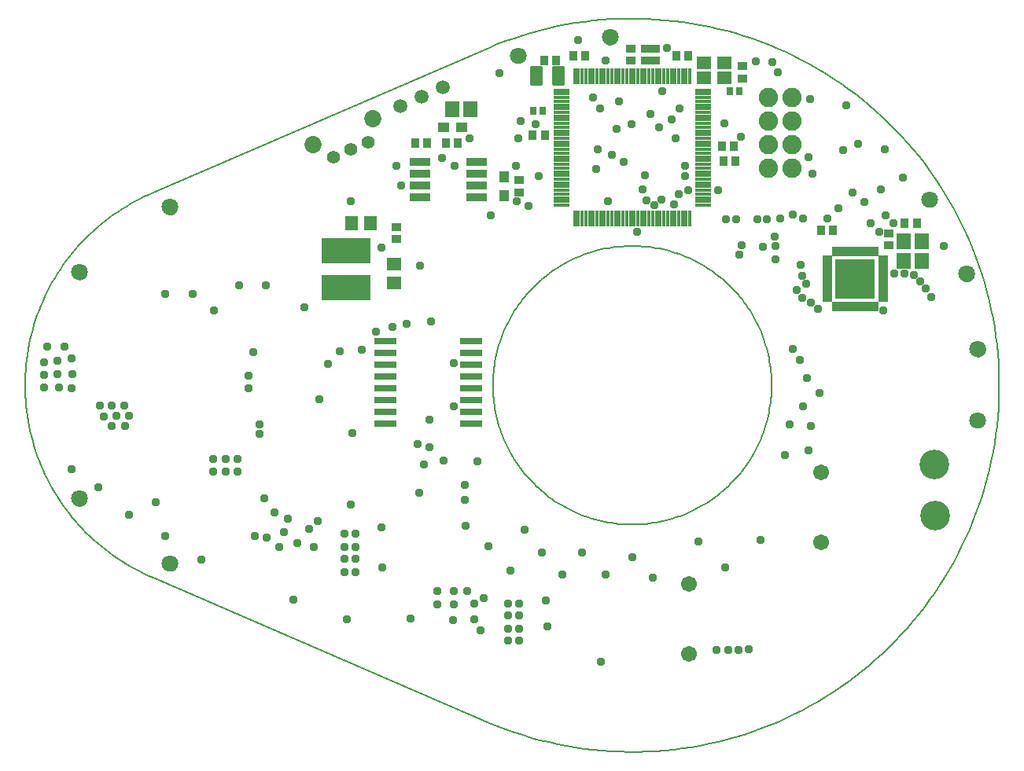
<source format=gbs>
G75*
%MOIN*%
%OFA0B0*%
%FSLAX25Y25*%
%IPPOS*%
%LPD*%
%AMOC8*
5,1,8,0,0,1.08239X$1,22.5*
%
%ADD10C,0.00600*%
%ADD11C,0.00000*%
%ADD12C,0.07099*%
%ADD13R,0.05918X0.06706*%
%ADD14R,0.04343X0.03556*%
%ADD15R,0.03556X0.04343*%
%ADD16R,0.04737X0.03950*%
%ADD17R,0.03950X0.04737*%
%ADD18R,0.05524X0.05918*%
%ADD19R,0.05918X0.05524*%
%ADD20R,0.01765X0.07099*%
%ADD21R,0.07099X0.01765*%
%ADD22R,0.08800X0.03400*%
%ADD23R,0.09461X0.03162*%
%ADD24R,0.20800X0.10800*%
%ADD25R,0.03162X0.03556*%
%ADD26C,0.06737*%
%ADD27R,0.06312X0.05524*%
%ADD28R,0.04146X0.01902*%
%ADD29R,0.01902X0.04146*%
%ADD30R,0.17139X0.17139*%
%ADD31C,0.01539*%
%ADD32C,0.08200*%
%ADD33C,0.05556*%
%ADD34C,0.07296*%
%ADD35C,0.05950*%
%ADD36C,0.03778*%
%ADD37C,0.12611*%
D10*
X0074829Y0081354D02*
X0216915Y0019962D01*
X0216915Y0019961D02*
X0220440Y0018516D01*
X0223999Y0017157D01*
X0227591Y0015886D01*
X0231212Y0014703D01*
X0234862Y0013609D01*
X0238537Y0012605D01*
X0242236Y0011692D01*
X0245956Y0010869D01*
X0249695Y0010137D01*
X0253450Y0009498D01*
X0257221Y0008950D01*
X0261003Y0008496D01*
X0264796Y0008133D01*
X0268597Y0007864D01*
X0272402Y0007689D01*
X0276211Y0007606D01*
X0280021Y0007617D01*
X0283830Y0007721D01*
X0287634Y0007918D01*
X0291433Y0008209D01*
X0295224Y0008592D01*
X0299004Y0009068D01*
X0302771Y0009637D01*
X0306523Y0010298D01*
X0310258Y0011050D01*
X0313973Y0011894D01*
X0317667Y0012828D01*
X0321336Y0013853D01*
X0324980Y0014967D01*
X0328595Y0016171D01*
X0332179Y0017462D01*
X0335731Y0018841D01*
X0339247Y0020306D01*
X0342727Y0021857D01*
X0346168Y0023493D01*
X0349568Y0025213D01*
X0352924Y0027015D01*
X0356236Y0028900D01*
X0359500Y0030864D01*
X0362715Y0032908D01*
X0365879Y0035031D01*
X0368990Y0037230D01*
X0372046Y0039504D01*
X0375046Y0041853D01*
X0377987Y0044275D01*
X0380868Y0046768D01*
X0383688Y0049331D01*
X0386443Y0051962D01*
X0389133Y0054660D01*
X0391757Y0057423D01*
X0394311Y0060249D01*
X0396796Y0063137D01*
X0399210Y0066085D01*
X0401550Y0069091D01*
X0403816Y0072154D01*
X0406006Y0075271D01*
X0408120Y0078441D01*
X0410155Y0081662D01*
X0412110Y0084932D01*
X0413985Y0088249D01*
X0415778Y0091610D01*
X0417488Y0095015D01*
X0419114Y0098460D01*
X0420656Y0101944D01*
X0422111Y0105465D01*
X0423480Y0109021D01*
X0424761Y0112609D01*
X0425954Y0116227D01*
X0427058Y0119873D01*
X0428073Y0123546D01*
X0428997Y0127242D01*
X0429830Y0130960D01*
X0430572Y0134697D01*
X0431222Y0138451D01*
X0431780Y0142219D01*
X0432246Y0146001D01*
X0432619Y0149792D01*
X0432898Y0153592D01*
X0433085Y0157397D01*
X0433178Y0161206D01*
X0433178Y0165016D01*
X0433085Y0168825D01*
X0432898Y0172630D01*
X0432619Y0176430D01*
X0432246Y0180221D01*
X0431780Y0184003D01*
X0431222Y0187771D01*
X0430572Y0191525D01*
X0429830Y0195262D01*
X0428997Y0198980D01*
X0428073Y0202676D01*
X0427058Y0206349D01*
X0425954Y0209995D01*
X0424761Y0213613D01*
X0423480Y0217201D01*
X0422111Y0220757D01*
X0420656Y0224278D01*
X0419114Y0227762D01*
X0417488Y0231207D01*
X0415778Y0234612D01*
X0413985Y0237973D01*
X0412110Y0241290D01*
X0410155Y0244560D01*
X0408120Y0247781D01*
X0406006Y0250951D01*
X0403816Y0254068D01*
X0401550Y0257131D01*
X0399210Y0260137D01*
X0396796Y0263085D01*
X0394311Y0265973D01*
X0391757Y0268799D01*
X0389133Y0271562D01*
X0386443Y0274260D01*
X0383688Y0276891D01*
X0380868Y0279454D01*
X0377987Y0281947D01*
X0375046Y0284369D01*
X0372046Y0286718D01*
X0368990Y0288992D01*
X0365879Y0291191D01*
X0362715Y0293314D01*
X0359500Y0295358D01*
X0356236Y0297322D01*
X0352924Y0299207D01*
X0349568Y0301009D01*
X0346168Y0302729D01*
X0342727Y0304365D01*
X0339247Y0305916D01*
X0335731Y0307381D01*
X0332179Y0308760D01*
X0328595Y0310051D01*
X0324980Y0311255D01*
X0321336Y0312369D01*
X0317667Y0313394D01*
X0313973Y0314328D01*
X0310258Y0315172D01*
X0306523Y0315924D01*
X0302771Y0316585D01*
X0299004Y0317154D01*
X0295224Y0317630D01*
X0291433Y0318013D01*
X0287634Y0318304D01*
X0283830Y0318501D01*
X0280021Y0318605D01*
X0276211Y0318616D01*
X0272402Y0318533D01*
X0268597Y0318358D01*
X0264796Y0318089D01*
X0261003Y0317726D01*
X0257221Y0317272D01*
X0253450Y0316724D01*
X0249695Y0316085D01*
X0245956Y0315353D01*
X0242236Y0314530D01*
X0238537Y0313617D01*
X0234862Y0312613D01*
X0231212Y0311519D01*
X0227591Y0310336D01*
X0223999Y0309065D01*
X0220440Y0307706D01*
X0216915Y0306261D01*
X0216915Y0306260D02*
X0074829Y0244868D01*
X0072837Y0244008D01*
X0070866Y0243100D01*
X0068919Y0242144D01*
X0066995Y0241141D01*
X0065097Y0240090D01*
X0063225Y0238994D01*
X0061380Y0237852D01*
X0059564Y0236665D01*
X0057777Y0235434D01*
X0056022Y0234159D01*
X0054298Y0232842D01*
X0052606Y0231483D01*
X0050949Y0230084D01*
X0049326Y0228644D01*
X0047739Y0227164D01*
X0046188Y0225647D01*
X0044676Y0224091D01*
X0043202Y0222499D01*
X0041767Y0220872D01*
X0040372Y0219210D01*
X0039019Y0217514D01*
X0037708Y0215786D01*
X0036439Y0214026D01*
X0035214Y0212235D01*
X0034033Y0210415D01*
X0032897Y0208567D01*
X0031806Y0206691D01*
X0030762Y0204789D01*
X0029765Y0202862D01*
X0028815Y0200912D01*
X0027914Y0198938D01*
X0027060Y0196944D01*
X0026256Y0194928D01*
X0025502Y0192894D01*
X0024798Y0190842D01*
X0024144Y0188774D01*
X0023541Y0186689D01*
X0022989Y0184591D01*
X0022488Y0182480D01*
X0022040Y0180357D01*
X0021644Y0178224D01*
X0021300Y0176082D01*
X0021008Y0173932D01*
X0020770Y0171776D01*
X0020584Y0169614D01*
X0020451Y0167449D01*
X0020372Y0165280D01*
X0020345Y0163111D01*
X0020372Y0160942D01*
X0020451Y0158773D01*
X0020584Y0156608D01*
X0020770Y0154446D01*
X0021008Y0152290D01*
X0021300Y0150140D01*
X0021644Y0147998D01*
X0022040Y0145865D01*
X0022488Y0143742D01*
X0022989Y0141631D01*
X0023541Y0139533D01*
X0024144Y0137448D01*
X0024798Y0135380D01*
X0025502Y0133328D01*
X0026256Y0131294D01*
X0027060Y0129278D01*
X0027914Y0127284D01*
X0028815Y0125310D01*
X0029765Y0123360D01*
X0030762Y0121433D01*
X0031806Y0119531D01*
X0032897Y0117655D01*
X0034033Y0115807D01*
X0035214Y0113987D01*
X0036439Y0112196D01*
X0037708Y0110436D01*
X0039019Y0108708D01*
X0040372Y0107012D01*
X0041767Y0105350D01*
X0043202Y0103723D01*
X0044676Y0102131D01*
X0046188Y0100575D01*
X0047739Y0099058D01*
X0049326Y0097578D01*
X0050949Y0096138D01*
X0052606Y0094739D01*
X0054298Y0093380D01*
X0056022Y0092063D01*
X0057777Y0090788D01*
X0059564Y0089557D01*
X0061380Y0088370D01*
X0063225Y0087228D01*
X0065097Y0086132D01*
X0066995Y0085081D01*
X0068919Y0084078D01*
X0070866Y0083122D01*
X0072837Y0082214D01*
X0074829Y0081354D01*
X0218623Y0163111D02*
X0218641Y0164560D01*
X0218694Y0166009D01*
X0218783Y0167455D01*
X0218907Y0168899D01*
X0219067Y0170340D01*
X0219262Y0171776D01*
X0219492Y0173207D01*
X0219758Y0174632D01*
X0220058Y0176050D01*
X0220393Y0177460D01*
X0220762Y0178862D01*
X0221166Y0180254D01*
X0221604Y0181635D01*
X0222075Y0183006D01*
X0222580Y0184365D01*
X0223118Y0185710D01*
X0223689Y0187043D01*
X0224293Y0188360D01*
X0224929Y0189663D01*
X0225596Y0190949D01*
X0226295Y0192219D01*
X0227025Y0193471D01*
X0227785Y0194705D01*
X0228576Y0195920D01*
X0229396Y0197115D01*
X0230245Y0198290D01*
X0231122Y0199444D01*
X0232028Y0200575D01*
X0232961Y0201684D01*
X0233921Y0202770D01*
X0234908Y0203832D01*
X0235920Y0204869D01*
X0236957Y0205881D01*
X0238019Y0206868D01*
X0239105Y0207828D01*
X0240214Y0208761D01*
X0241345Y0209667D01*
X0242499Y0210544D01*
X0243674Y0211393D01*
X0244869Y0212213D01*
X0246084Y0213004D01*
X0247318Y0213764D01*
X0248570Y0214494D01*
X0249840Y0215193D01*
X0251126Y0215860D01*
X0252429Y0216496D01*
X0253746Y0217100D01*
X0255079Y0217671D01*
X0256424Y0218209D01*
X0257783Y0218714D01*
X0259154Y0219185D01*
X0260535Y0219623D01*
X0261927Y0220027D01*
X0263329Y0220396D01*
X0264739Y0220731D01*
X0266157Y0221031D01*
X0267582Y0221297D01*
X0269013Y0221527D01*
X0270449Y0221722D01*
X0271890Y0221882D01*
X0273334Y0222006D01*
X0274780Y0222095D01*
X0276229Y0222148D01*
X0277678Y0222166D01*
X0279127Y0222148D01*
X0280576Y0222095D01*
X0282022Y0222006D01*
X0283466Y0221882D01*
X0284907Y0221722D01*
X0286343Y0221527D01*
X0287774Y0221297D01*
X0289199Y0221031D01*
X0290617Y0220731D01*
X0292027Y0220396D01*
X0293429Y0220027D01*
X0294821Y0219623D01*
X0296202Y0219185D01*
X0297573Y0218714D01*
X0298932Y0218209D01*
X0300277Y0217671D01*
X0301610Y0217100D01*
X0302927Y0216496D01*
X0304230Y0215860D01*
X0305516Y0215193D01*
X0306786Y0214494D01*
X0308038Y0213764D01*
X0309272Y0213004D01*
X0310487Y0212213D01*
X0311682Y0211393D01*
X0312857Y0210544D01*
X0314011Y0209667D01*
X0315142Y0208761D01*
X0316251Y0207828D01*
X0317337Y0206868D01*
X0318399Y0205881D01*
X0319436Y0204869D01*
X0320448Y0203832D01*
X0321435Y0202770D01*
X0322395Y0201684D01*
X0323328Y0200575D01*
X0324234Y0199444D01*
X0325111Y0198290D01*
X0325960Y0197115D01*
X0326780Y0195920D01*
X0327571Y0194705D01*
X0328331Y0193471D01*
X0329061Y0192219D01*
X0329760Y0190949D01*
X0330427Y0189663D01*
X0331063Y0188360D01*
X0331667Y0187043D01*
X0332238Y0185710D01*
X0332776Y0184365D01*
X0333281Y0183006D01*
X0333752Y0181635D01*
X0334190Y0180254D01*
X0334594Y0178862D01*
X0334963Y0177460D01*
X0335298Y0176050D01*
X0335598Y0174632D01*
X0335864Y0173207D01*
X0336094Y0171776D01*
X0336289Y0170340D01*
X0336449Y0168899D01*
X0336573Y0167455D01*
X0336662Y0166009D01*
X0336715Y0164560D01*
X0336733Y0163111D01*
X0336715Y0161662D01*
X0336662Y0160213D01*
X0336573Y0158767D01*
X0336449Y0157323D01*
X0336289Y0155882D01*
X0336094Y0154446D01*
X0335864Y0153015D01*
X0335598Y0151590D01*
X0335298Y0150172D01*
X0334963Y0148762D01*
X0334594Y0147360D01*
X0334190Y0145968D01*
X0333752Y0144587D01*
X0333281Y0143216D01*
X0332776Y0141857D01*
X0332238Y0140512D01*
X0331667Y0139179D01*
X0331063Y0137862D01*
X0330427Y0136559D01*
X0329760Y0135273D01*
X0329061Y0134003D01*
X0328331Y0132751D01*
X0327571Y0131517D01*
X0326780Y0130302D01*
X0325960Y0129107D01*
X0325111Y0127932D01*
X0324234Y0126778D01*
X0323328Y0125647D01*
X0322395Y0124538D01*
X0321435Y0123452D01*
X0320448Y0122390D01*
X0319436Y0121353D01*
X0318399Y0120341D01*
X0317337Y0119354D01*
X0316251Y0118394D01*
X0315142Y0117461D01*
X0314011Y0116555D01*
X0312857Y0115678D01*
X0311682Y0114829D01*
X0310487Y0114009D01*
X0309272Y0113218D01*
X0308038Y0112458D01*
X0306786Y0111728D01*
X0305516Y0111029D01*
X0304230Y0110362D01*
X0302927Y0109726D01*
X0301610Y0109122D01*
X0300277Y0108551D01*
X0298932Y0108013D01*
X0297573Y0107508D01*
X0296202Y0107037D01*
X0294821Y0106599D01*
X0293429Y0106195D01*
X0292027Y0105826D01*
X0290617Y0105491D01*
X0289199Y0105191D01*
X0287774Y0104925D01*
X0286343Y0104695D01*
X0284907Y0104500D01*
X0283466Y0104340D01*
X0282022Y0104216D01*
X0280576Y0104127D01*
X0279127Y0104074D01*
X0277678Y0104056D01*
X0276229Y0104074D01*
X0274780Y0104127D01*
X0273334Y0104216D01*
X0271890Y0104340D01*
X0270449Y0104500D01*
X0269013Y0104695D01*
X0267582Y0104925D01*
X0266157Y0105191D01*
X0264739Y0105491D01*
X0263329Y0105826D01*
X0261927Y0106195D01*
X0260535Y0106599D01*
X0259154Y0107037D01*
X0257783Y0107508D01*
X0256424Y0108013D01*
X0255079Y0108551D01*
X0253746Y0109122D01*
X0252429Y0109726D01*
X0251126Y0110362D01*
X0249840Y0111029D01*
X0248570Y0111728D01*
X0247318Y0112458D01*
X0246084Y0113218D01*
X0244869Y0114009D01*
X0243674Y0114829D01*
X0242499Y0115678D01*
X0241345Y0116555D01*
X0240214Y0117461D01*
X0239105Y0118394D01*
X0238019Y0119354D01*
X0236957Y0120341D01*
X0235920Y0121353D01*
X0234908Y0122390D01*
X0233921Y0123452D01*
X0232961Y0124538D01*
X0232028Y0125647D01*
X0231122Y0126778D01*
X0230245Y0127932D01*
X0229396Y0129107D01*
X0228576Y0130302D01*
X0227785Y0131517D01*
X0227025Y0132751D01*
X0226295Y0134003D01*
X0225596Y0135273D01*
X0224929Y0136559D01*
X0224293Y0137862D01*
X0223689Y0139179D01*
X0223118Y0140512D01*
X0222580Y0141857D01*
X0222075Y0143216D01*
X0221604Y0144587D01*
X0221166Y0145968D01*
X0220762Y0147360D01*
X0220393Y0148762D01*
X0220058Y0150172D01*
X0219758Y0151590D01*
X0219492Y0153015D01*
X0219262Y0154446D01*
X0219067Y0155882D01*
X0218907Y0157323D01*
X0218783Y0158767D01*
X0218694Y0160213D01*
X0218641Y0161662D01*
X0218623Y0163111D01*
D11*
X0078544Y0087520D02*
X0078546Y0087632D01*
X0078552Y0087743D01*
X0078562Y0087855D01*
X0078576Y0087966D01*
X0078593Y0088076D01*
X0078615Y0088186D01*
X0078641Y0088295D01*
X0078670Y0088403D01*
X0078703Y0088509D01*
X0078740Y0088615D01*
X0078781Y0088719D01*
X0078826Y0088822D01*
X0078874Y0088923D01*
X0078925Y0089022D01*
X0078980Y0089119D01*
X0079039Y0089214D01*
X0079100Y0089308D01*
X0079165Y0089399D01*
X0079234Y0089487D01*
X0079305Y0089573D01*
X0079379Y0089657D01*
X0079457Y0089737D01*
X0079537Y0089815D01*
X0079620Y0089891D01*
X0079705Y0089963D01*
X0079793Y0090032D01*
X0079883Y0090098D01*
X0079976Y0090160D01*
X0080071Y0090220D01*
X0080168Y0090276D01*
X0080266Y0090328D01*
X0080367Y0090377D01*
X0080469Y0090422D01*
X0080573Y0090464D01*
X0080678Y0090502D01*
X0080785Y0090536D01*
X0080892Y0090566D01*
X0081001Y0090593D01*
X0081110Y0090615D01*
X0081221Y0090634D01*
X0081331Y0090649D01*
X0081443Y0090660D01*
X0081554Y0090667D01*
X0081666Y0090670D01*
X0081778Y0090669D01*
X0081890Y0090664D01*
X0082001Y0090655D01*
X0082112Y0090642D01*
X0082223Y0090625D01*
X0082333Y0090605D01*
X0082442Y0090580D01*
X0082550Y0090552D01*
X0082657Y0090519D01*
X0082763Y0090483D01*
X0082867Y0090443D01*
X0082970Y0090400D01*
X0083072Y0090353D01*
X0083171Y0090302D01*
X0083269Y0090248D01*
X0083365Y0090190D01*
X0083459Y0090129D01*
X0083550Y0090065D01*
X0083639Y0089998D01*
X0083726Y0089927D01*
X0083810Y0089853D01*
X0083892Y0089777D01*
X0083970Y0089697D01*
X0084046Y0089615D01*
X0084119Y0089530D01*
X0084189Y0089443D01*
X0084255Y0089353D01*
X0084319Y0089261D01*
X0084379Y0089167D01*
X0084436Y0089071D01*
X0084489Y0088972D01*
X0084539Y0088872D01*
X0084585Y0088771D01*
X0084628Y0088667D01*
X0084667Y0088562D01*
X0084702Y0088456D01*
X0084733Y0088349D01*
X0084761Y0088240D01*
X0084784Y0088131D01*
X0084804Y0088021D01*
X0084820Y0087910D01*
X0084832Y0087799D01*
X0084840Y0087688D01*
X0084844Y0087576D01*
X0084844Y0087464D01*
X0084840Y0087352D01*
X0084832Y0087241D01*
X0084820Y0087130D01*
X0084804Y0087019D01*
X0084784Y0086909D01*
X0084761Y0086800D01*
X0084733Y0086691D01*
X0084702Y0086584D01*
X0084667Y0086478D01*
X0084628Y0086373D01*
X0084585Y0086269D01*
X0084539Y0086168D01*
X0084489Y0086068D01*
X0084436Y0085969D01*
X0084379Y0085873D01*
X0084319Y0085779D01*
X0084255Y0085687D01*
X0084189Y0085597D01*
X0084119Y0085510D01*
X0084046Y0085425D01*
X0083970Y0085343D01*
X0083892Y0085263D01*
X0083810Y0085187D01*
X0083726Y0085113D01*
X0083639Y0085042D01*
X0083550Y0084975D01*
X0083459Y0084911D01*
X0083365Y0084850D01*
X0083269Y0084792D01*
X0083171Y0084738D01*
X0083072Y0084687D01*
X0082970Y0084640D01*
X0082867Y0084597D01*
X0082763Y0084557D01*
X0082657Y0084521D01*
X0082550Y0084488D01*
X0082442Y0084460D01*
X0082333Y0084435D01*
X0082223Y0084415D01*
X0082112Y0084398D01*
X0082001Y0084385D01*
X0081890Y0084376D01*
X0081778Y0084371D01*
X0081666Y0084370D01*
X0081554Y0084373D01*
X0081443Y0084380D01*
X0081331Y0084391D01*
X0081221Y0084406D01*
X0081110Y0084425D01*
X0081001Y0084447D01*
X0080892Y0084474D01*
X0080785Y0084504D01*
X0080678Y0084538D01*
X0080573Y0084576D01*
X0080469Y0084618D01*
X0080367Y0084663D01*
X0080266Y0084712D01*
X0080168Y0084764D01*
X0080071Y0084820D01*
X0079976Y0084880D01*
X0079883Y0084942D01*
X0079793Y0085008D01*
X0079705Y0085077D01*
X0079620Y0085149D01*
X0079537Y0085225D01*
X0079457Y0085303D01*
X0079379Y0085383D01*
X0079305Y0085467D01*
X0079234Y0085553D01*
X0079165Y0085641D01*
X0079100Y0085732D01*
X0079039Y0085826D01*
X0078980Y0085921D01*
X0078925Y0086018D01*
X0078874Y0086117D01*
X0078826Y0086218D01*
X0078781Y0086321D01*
X0078740Y0086425D01*
X0078703Y0086531D01*
X0078670Y0086637D01*
X0078641Y0086745D01*
X0078615Y0086854D01*
X0078593Y0086964D01*
X0078576Y0087074D01*
X0078562Y0087185D01*
X0078552Y0087297D01*
X0078546Y0087408D01*
X0078544Y0087520D01*
X0040197Y0115080D02*
X0040199Y0115192D01*
X0040205Y0115303D01*
X0040215Y0115415D01*
X0040229Y0115526D01*
X0040246Y0115636D01*
X0040268Y0115746D01*
X0040294Y0115855D01*
X0040323Y0115963D01*
X0040356Y0116069D01*
X0040393Y0116175D01*
X0040434Y0116279D01*
X0040479Y0116382D01*
X0040527Y0116483D01*
X0040578Y0116582D01*
X0040633Y0116679D01*
X0040692Y0116774D01*
X0040753Y0116868D01*
X0040818Y0116959D01*
X0040887Y0117047D01*
X0040958Y0117133D01*
X0041032Y0117217D01*
X0041110Y0117297D01*
X0041190Y0117375D01*
X0041273Y0117451D01*
X0041358Y0117523D01*
X0041446Y0117592D01*
X0041536Y0117658D01*
X0041629Y0117720D01*
X0041724Y0117780D01*
X0041821Y0117836D01*
X0041919Y0117888D01*
X0042020Y0117937D01*
X0042122Y0117982D01*
X0042226Y0118024D01*
X0042331Y0118062D01*
X0042438Y0118096D01*
X0042545Y0118126D01*
X0042654Y0118153D01*
X0042763Y0118175D01*
X0042874Y0118194D01*
X0042984Y0118209D01*
X0043096Y0118220D01*
X0043207Y0118227D01*
X0043319Y0118230D01*
X0043431Y0118229D01*
X0043543Y0118224D01*
X0043654Y0118215D01*
X0043765Y0118202D01*
X0043876Y0118185D01*
X0043986Y0118165D01*
X0044095Y0118140D01*
X0044203Y0118112D01*
X0044310Y0118079D01*
X0044416Y0118043D01*
X0044520Y0118003D01*
X0044623Y0117960D01*
X0044725Y0117913D01*
X0044824Y0117862D01*
X0044922Y0117808D01*
X0045018Y0117750D01*
X0045112Y0117689D01*
X0045203Y0117625D01*
X0045292Y0117558D01*
X0045379Y0117487D01*
X0045463Y0117413D01*
X0045545Y0117337D01*
X0045623Y0117257D01*
X0045699Y0117175D01*
X0045772Y0117090D01*
X0045842Y0117003D01*
X0045908Y0116913D01*
X0045972Y0116821D01*
X0046032Y0116727D01*
X0046089Y0116631D01*
X0046142Y0116532D01*
X0046192Y0116432D01*
X0046238Y0116331D01*
X0046281Y0116227D01*
X0046320Y0116122D01*
X0046355Y0116016D01*
X0046386Y0115909D01*
X0046414Y0115800D01*
X0046437Y0115691D01*
X0046457Y0115581D01*
X0046473Y0115470D01*
X0046485Y0115359D01*
X0046493Y0115248D01*
X0046497Y0115136D01*
X0046497Y0115024D01*
X0046493Y0114912D01*
X0046485Y0114801D01*
X0046473Y0114690D01*
X0046457Y0114579D01*
X0046437Y0114469D01*
X0046414Y0114360D01*
X0046386Y0114251D01*
X0046355Y0114144D01*
X0046320Y0114038D01*
X0046281Y0113933D01*
X0046238Y0113829D01*
X0046192Y0113728D01*
X0046142Y0113628D01*
X0046089Y0113529D01*
X0046032Y0113433D01*
X0045972Y0113339D01*
X0045908Y0113247D01*
X0045842Y0113157D01*
X0045772Y0113070D01*
X0045699Y0112985D01*
X0045623Y0112903D01*
X0045545Y0112823D01*
X0045463Y0112747D01*
X0045379Y0112673D01*
X0045292Y0112602D01*
X0045203Y0112535D01*
X0045112Y0112471D01*
X0045018Y0112410D01*
X0044922Y0112352D01*
X0044824Y0112298D01*
X0044725Y0112247D01*
X0044623Y0112200D01*
X0044520Y0112157D01*
X0044416Y0112117D01*
X0044310Y0112081D01*
X0044203Y0112048D01*
X0044095Y0112020D01*
X0043986Y0111995D01*
X0043876Y0111975D01*
X0043765Y0111958D01*
X0043654Y0111945D01*
X0043543Y0111936D01*
X0043431Y0111931D01*
X0043319Y0111930D01*
X0043207Y0111933D01*
X0043096Y0111940D01*
X0042984Y0111951D01*
X0042874Y0111966D01*
X0042763Y0111985D01*
X0042654Y0112007D01*
X0042545Y0112034D01*
X0042438Y0112064D01*
X0042331Y0112098D01*
X0042226Y0112136D01*
X0042122Y0112178D01*
X0042020Y0112223D01*
X0041919Y0112272D01*
X0041821Y0112324D01*
X0041724Y0112380D01*
X0041629Y0112440D01*
X0041536Y0112502D01*
X0041446Y0112568D01*
X0041358Y0112637D01*
X0041273Y0112709D01*
X0041190Y0112785D01*
X0041110Y0112863D01*
X0041032Y0112943D01*
X0040958Y0113027D01*
X0040887Y0113113D01*
X0040818Y0113201D01*
X0040753Y0113292D01*
X0040692Y0113386D01*
X0040633Y0113481D01*
X0040578Y0113578D01*
X0040527Y0113677D01*
X0040479Y0113778D01*
X0040434Y0113881D01*
X0040393Y0113985D01*
X0040356Y0114091D01*
X0040323Y0114197D01*
X0040294Y0114305D01*
X0040268Y0114414D01*
X0040246Y0114524D01*
X0040229Y0114634D01*
X0040215Y0114745D01*
X0040205Y0114857D01*
X0040199Y0114968D01*
X0040197Y0115080D01*
X0040197Y0211143D02*
X0040199Y0211255D01*
X0040205Y0211366D01*
X0040215Y0211478D01*
X0040229Y0211589D01*
X0040246Y0211699D01*
X0040268Y0211809D01*
X0040294Y0211918D01*
X0040323Y0212026D01*
X0040356Y0212132D01*
X0040393Y0212238D01*
X0040434Y0212342D01*
X0040479Y0212445D01*
X0040527Y0212546D01*
X0040578Y0212645D01*
X0040633Y0212742D01*
X0040692Y0212837D01*
X0040753Y0212931D01*
X0040818Y0213022D01*
X0040887Y0213110D01*
X0040958Y0213196D01*
X0041032Y0213280D01*
X0041110Y0213360D01*
X0041190Y0213438D01*
X0041273Y0213514D01*
X0041358Y0213586D01*
X0041446Y0213655D01*
X0041536Y0213721D01*
X0041629Y0213783D01*
X0041724Y0213843D01*
X0041821Y0213899D01*
X0041919Y0213951D01*
X0042020Y0214000D01*
X0042122Y0214045D01*
X0042226Y0214087D01*
X0042331Y0214125D01*
X0042438Y0214159D01*
X0042545Y0214189D01*
X0042654Y0214216D01*
X0042763Y0214238D01*
X0042874Y0214257D01*
X0042984Y0214272D01*
X0043096Y0214283D01*
X0043207Y0214290D01*
X0043319Y0214293D01*
X0043431Y0214292D01*
X0043543Y0214287D01*
X0043654Y0214278D01*
X0043765Y0214265D01*
X0043876Y0214248D01*
X0043986Y0214228D01*
X0044095Y0214203D01*
X0044203Y0214175D01*
X0044310Y0214142D01*
X0044416Y0214106D01*
X0044520Y0214066D01*
X0044623Y0214023D01*
X0044725Y0213976D01*
X0044824Y0213925D01*
X0044922Y0213871D01*
X0045018Y0213813D01*
X0045112Y0213752D01*
X0045203Y0213688D01*
X0045292Y0213621D01*
X0045379Y0213550D01*
X0045463Y0213476D01*
X0045545Y0213400D01*
X0045623Y0213320D01*
X0045699Y0213238D01*
X0045772Y0213153D01*
X0045842Y0213066D01*
X0045908Y0212976D01*
X0045972Y0212884D01*
X0046032Y0212790D01*
X0046089Y0212694D01*
X0046142Y0212595D01*
X0046192Y0212495D01*
X0046238Y0212394D01*
X0046281Y0212290D01*
X0046320Y0212185D01*
X0046355Y0212079D01*
X0046386Y0211972D01*
X0046414Y0211863D01*
X0046437Y0211754D01*
X0046457Y0211644D01*
X0046473Y0211533D01*
X0046485Y0211422D01*
X0046493Y0211311D01*
X0046497Y0211199D01*
X0046497Y0211087D01*
X0046493Y0210975D01*
X0046485Y0210864D01*
X0046473Y0210753D01*
X0046457Y0210642D01*
X0046437Y0210532D01*
X0046414Y0210423D01*
X0046386Y0210314D01*
X0046355Y0210207D01*
X0046320Y0210101D01*
X0046281Y0209996D01*
X0046238Y0209892D01*
X0046192Y0209791D01*
X0046142Y0209691D01*
X0046089Y0209592D01*
X0046032Y0209496D01*
X0045972Y0209402D01*
X0045908Y0209310D01*
X0045842Y0209220D01*
X0045772Y0209133D01*
X0045699Y0209048D01*
X0045623Y0208966D01*
X0045545Y0208886D01*
X0045463Y0208810D01*
X0045379Y0208736D01*
X0045292Y0208665D01*
X0045203Y0208598D01*
X0045112Y0208534D01*
X0045018Y0208473D01*
X0044922Y0208415D01*
X0044824Y0208361D01*
X0044725Y0208310D01*
X0044623Y0208263D01*
X0044520Y0208220D01*
X0044416Y0208180D01*
X0044310Y0208144D01*
X0044203Y0208111D01*
X0044095Y0208083D01*
X0043986Y0208058D01*
X0043876Y0208038D01*
X0043765Y0208021D01*
X0043654Y0208008D01*
X0043543Y0207999D01*
X0043431Y0207994D01*
X0043319Y0207993D01*
X0043207Y0207996D01*
X0043096Y0208003D01*
X0042984Y0208014D01*
X0042874Y0208029D01*
X0042763Y0208048D01*
X0042654Y0208070D01*
X0042545Y0208097D01*
X0042438Y0208127D01*
X0042331Y0208161D01*
X0042226Y0208199D01*
X0042122Y0208241D01*
X0042020Y0208286D01*
X0041919Y0208335D01*
X0041821Y0208387D01*
X0041724Y0208443D01*
X0041629Y0208503D01*
X0041536Y0208565D01*
X0041446Y0208631D01*
X0041358Y0208700D01*
X0041273Y0208772D01*
X0041190Y0208848D01*
X0041110Y0208926D01*
X0041032Y0209006D01*
X0040958Y0209090D01*
X0040887Y0209176D01*
X0040818Y0209264D01*
X0040753Y0209355D01*
X0040692Y0209449D01*
X0040633Y0209544D01*
X0040578Y0209641D01*
X0040527Y0209740D01*
X0040479Y0209841D01*
X0040434Y0209944D01*
X0040393Y0210048D01*
X0040356Y0210154D01*
X0040323Y0210260D01*
X0040294Y0210368D01*
X0040268Y0210477D01*
X0040246Y0210587D01*
X0040229Y0210697D01*
X0040215Y0210808D01*
X0040205Y0210920D01*
X0040199Y0211031D01*
X0040197Y0211143D01*
X0078544Y0238702D02*
X0078546Y0238814D01*
X0078552Y0238925D01*
X0078562Y0239037D01*
X0078576Y0239148D01*
X0078593Y0239258D01*
X0078615Y0239368D01*
X0078641Y0239477D01*
X0078670Y0239585D01*
X0078703Y0239691D01*
X0078740Y0239797D01*
X0078781Y0239901D01*
X0078826Y0240004D01*
X0078874Y0240105D01*
X0078925Y0240204D01*
X0078980Y0240301D01*
X0079039Y0240396D01*
X0079100Y0240490D01*
X0079165Y0240581D01*
X0079234Y0240669D01*
X0079305Y0240755D01*
X0079379Y0240839D01*
X0079457Y0240919D01*
X0079537Y0240997D01*
X0079620Y0241073D01*
X0079705Y0241145D01*
X0079793Y0241214D01*
X0079883Y0241280D01*
X0079976Y0241342D01*
X0080071Y0241402D01*
X0080168Y0241458D01*
X0080266Y0241510D01*
X0080367Y0241559D01*
X0080469Y0241604D01*
X0080573Y0241646D01*
X0080678Y0241684D01*
X0080785Y0241718D01*
X0080892Y0241748D01*
X0081001Y0241775D01*
X0081110Y0241797D01*
X0081221Y0241816D01*
X0081331Y0241831D01*
X0081443Y0241842D01*
X0081554Y0241849D01*
X0081666Y0241852D01*
X0081778Y0241851D01*
X0081890Y0241846D01*
X0082001Y0241837D01*
X0082112Y0241824D01*
X0082223Y0241807D01*
X0082333Y0241787D01*
X0082442Y0241762D01*
X0082550Y0241734D01*
X0082657Y0241701D01*
X0082763Y0241665D01*
X0082867Y0241625D01*
X0082970Y0241582D01*
X0083072Y0241535D01*
X0083171Y0241484D01*
X0083269Y0241430D01*
X0083365Y0241372D01*
X0083459Y0241311D01*
X0083550Y0241247D01*
X0083639Y0241180D01*
X0083726Y0241109D01*
X0083810Y0241035D01*
X0083892Y0240959D01*
X0083970Y0240879D01*
X0084046Y0240797D01*
X0084119Y0240712D01*
X0084189Y0240625D01*
X0084255Y0240535D01*
X0084319Y0240443D01*
X0084379Y0240349D01*
X0084436Y0240253D01*
X0084489Y0240154D01*
X0084539Y0240054D01*
X0084585Y0239953D01*
X0084628Y0239849D01*
X0084667Y0239744D01*
X0084702Y0239638D01*
X0084733Y0239531D01*
X0084761Y0239422D01*
X0084784Y0239313D01*
X0084804Y0239203D01*
X0084820Y0239092D01*
X0084832Y0238981D01*
X0084840Y0238870D01*
X0084844Y0238758D01*
X0084844Y0238646D01*
X0084840Y0238534D01*
X0084832Y0238423D01*
X0084820Y0238312D01*
X0084804Y0238201D01*
X0084784Y0238091D01*
X0084761Y0237982D01*
X0084733Y0237873D01*
X0084702Y0237766D01*
X0084667Y0237660D01*
X0084628Y0237555D01*
X0084585Y0237451D01*
X0084539Y0237350D01*
X0084489Y0237250D01*
X0084436Y0237151D01*
X0084379Y0237055D01*
X0084319Y0236961D01*
X0084255Y0236869D01*
X0084189Y0236779D01*
X0084119Y0236692D01*
X0084046Y0236607D01*
X0083970Y0236525D01*
X0083892Y0236445D01*
X0083810Y0236369D01*
X0083726Y0236295D01*
X0083639Y0236224D01*
X0083550Y0236157D01*
X0083459Y0236093D01*
X0083365Y0236032D01*
X0083269Y0235974D01*
X0083171Y0235920D01*
X0083072Y0235869D01*
X0082970Y0235822D01*
X0082867Y0235779D01*
X0082763Y0235739D01*
X0082657Y0235703D01*
X0082550Y0235670D01*
X0082442Y0235642D01*
X0082333Y0235617D01*
X0082223Y0235597D01*
X0082112Y0235580D01*
X0082001Y0235567D01*
X0081890Y0235558D01*
X0081778Y0235553D01*
X0081666Y0235552D01*
X0081554Y0235555D01*
X0081443Y0235562D01*
X0081331Y0235573D01*
X0081221Y0235588D01*
X0081110Y0235607D01*
X0081001Y0235629D01*
X0080892Y0235656D01*
X0080785Y0235686D01*
X0080678Y0235720D01*
X0080573Y0235758D01*
X0080469Y0235800D01*
X0080367Y0235845D01*
X0080266Y0235894D01*
X0080168Y0235946D01*
X0080071Y0236002D01*
X0079976Y0236062D01*
X0079883Y0236124D01*
X0079793Y0236190D01*
X0079705Y0236259D01*
X0079620Y0236331D01*
X0079537Y0236407D01*
X0079457Y0236485D01*
X0079379Y0236565D01*
X0079305Y0236649D01*
X0079234Y0236735D01*
X0079165Y0236823D01*
X0079100Y0236914D01*
X0079039Y0237008D01*
X0078980Y0237103D01*
X0078925Y0237200D01*
X0078874Y0237299D01*
X0078826Y0237400D01*
X0078781Y0237503D01*
X0078740Y0237607D01*
X0078703Y0237713D01*
X0078670Y0237819D01*
X0078641Y0237927D01*
X0078615Y0238036D01*
X0078593Y0238146D01*
X0078576Y0238256D01*
X0078562Y0238367D01*
X0078552Y0238479D01*
X0078546Y0238590D01*
X0078544Y0238702D01*
X0226103Y0302875D02*
X0226105Y0302987D01*
X0226111Y0303098D01*
X0226121Y0303210D01*
X0226135Y0303321D01*
X0226152Y0303431D01*
X0226174Y0303541D01*
X0226200Y0303650D01*
X0226229Y0303758D01*
X0226262Y0303864D01*
X0226299Y0303970D01*
X0226340Y0304074D01*
X0226385Y0304177D01*
X0226433Y0304278D01*
X0226484Y0304377D01*
X0226539Y0304474D01*
X0226598Y0304569D01*
X0226659Y0304663D01*
X0226724Y0304754D01*
X0226793Y0304842D01*
X0226864Y0304928D01*
X0226938Y0305012D01*
X0227016Y0305092D01*
X0227096Y0305170D01*
X0227179Y0305246D01*
X0227264Y0305318D01*
X0227352Y0305387D01*
X0227442Y0305453D01*
X0227535Y0305515D01*
X0227630Y0305575D01*
X0227727Y0305631D01*
X0227825Y0305683D01*
X0227926Y0305732D01*
X0228028Y0305777D01*
X0228132Y0305819D01*
X0228237Y0305857D01*
X0228344Y0305891D01*
X0228451Y0305921D01*
X0228560Y0305948D01*
X0228669Y0305970D01*
X0228780Y0305989D01*
X0228890Y0306004D01*
X0229002Y0306015D01*
X0229113Y0306022D01*
X0229225Y0306025D01*
X0229337Y0306024D01*
X0229449Y0306019D01*
X0229560Y0306010D01*
X0229671Y0305997D01*
X0229782Y0305980D01*
X0229892Y0305960D01*
X0230001Y0305935D01*
X0230109Y0305907D01*
X0230216Y0305874D01*
X0230322Y0305838D01*
X0230426Y0305798D01*
X0230529Y0305755D01*
X0230631Y0305708D01*
X0230730Y0305657D01*
X0230828Y0305603D01*
X0230924Y0305545D01*
X0231018Y0305484D01*
X0231109Y0305420D01*
X0231198Y0305353D01*
X0231285Y0305282D01*
X0231369Y0305208D01*
X0231451Y0305132D01*
X0231529Y0305052D01*
X0231605Y0304970D01*
X0231678Y0304885D01*
X0231748Y0304798D01*
X0231814Y0304708D01*
X0231878Y0304616D01*
X0231938Y0304522D01*
X0231995Y0304426D01*
X0232048Y0304327D01*
X0232098Y0304227D01*
X0232144Y0304126D01*
X0232187Y0304022D01*
X0232226Y0303917D01*
X0232261Y0303811D01*
X0232292Y0303704D01*
X0232320Y0303595D01*
X0232343Y0303486D01*
X0232363Y0303376D01*
X0232379Y0303265D01*
X0232391Y0303154D01*
X0232399Y0303043D01*
X0232403Y0302931D01*
X0232403Y0302819D01*
X0232399Y0302707D01*
X0232391Y0302596D01*
X0232379Y0302485D01*
X0232363Y0302374D01*
X0232343Y0302264D01*
X0232320Y0302155D01*
X0232292Y0302046D01*
X0232261Y0301939D01*
X0232226Y0301833D01*
X0232187Y0301728D01*
X0232144Y0301624D01*
X0232098Y0301523D01*
X0232048Y0301423D01*
X0231995Y0301324D01*
X0231938Y0301228D01*
X0231878Y0301134D01*
X0231814Y0301042D01*
X0231748Y0300952D01*
X0231678Y0300865D01*
X0231605Y0300780D01*
X0231529Y0300698D01*
X0231451Y0300618D01*
X0231369Y0300542D01*
X0231285Y0300468D01*
X0231198Y0300397D01*
X0231109Y0300330D01*
X0231018Y0300266D01*
X0230924Y0300205D01*
X0230828Y0300147D01*
X0230730Y0300093D01*
X0230631Y0300042D01*
X0230529Y0299995D01*
X0230426Y0299952D01*
X0230322Y0299912D01*
X0230216Y0299876D01*
X0230109Y0299843D01*
X0230001Y0299815D01*
X0229892Y0299790D01*
X0229782Y0299770D01*
X0229671Y0299753D01*
X0229560Y0299740D01*
X0229449Y0299731D01*
X0229337Y0299726D01*
X0229225Y0299725D01*
X0229113Y0299728D01*
X0229002Y0299735D01*
X0228890Y0299746D01*
X0228780Y0299761D01*
X0228669Y0299780D01*
X0228560Y0299802D01*
X0228451Y0299829D01*
X0228344Y0299859D01*
X0228237Y0299893D01*
X0228132Y0299931D01*
X0228028Y0299973D01*
X0227926Y0300018D01*
X0227825Y0300067D01*
X0227727Y0300119D01*
X0227630Y0300175D01*
X0227535Y0300235D01*
X0227442Y0300297D01*
X0227352Y0300363D01*
X0227264Y0300432D01*
X0227179Y0300504D01*
X0227096Y0300580D01*
X0227016Y0300658D01*
X0226938Y0300738D01*
X0226864Y0300822D01*
X0226793Y0300908D01*
X0226724Y0300996D01*
X0226659Y0301087D01*
X0226598Y0301181D01*
X0226539Y0301276D01*
X0226484Y0301373D01*
X0226433Y0301472D01*
X0226385Y0301573D01*
X0226340Y0301676D01*
X0226299Y0301780D01*
X0226262Y0301886D01*
X0226229Y0301992D01*
X0226200Y0302100D01*
X0226174Y0302209D01*
X0226152Y0302319D01*
X0226135Y0302429D01*
X0226121Y0302540D01*
X0226111Y0302652D01*
X0226105Y0302763D01*
X0226103Y0302875D01*
X0265079Y0310749D02*
X0265081Y0310861D01*
X0265087Y0310972D01*
X0265097Y0311084D01*
X0265111Y0311195D01*
X0265128Y0311305D01*
X0265150Y0311415D01*
X0265176Y0311524D01*
X0265205Y0311632D01*
X0265238Y0311738D01*
X0265275Y0311844D01*
X0265316Y0311948D01*
X0265361Y0312051D01*
X0265409Y0312152D01*
X0265460Y0312251D01*
X0265515Y0312348D01*
X0265574Y0312443D01*
X0265635Y0312537D01*
X0265700Y0312628D01*
X0265769Y0312716D01*
X0265840Y0312802D01*
X0265914Y0312886D01*
X0265992Y0312966D01*
X0266072Y0313044D01*
X0266155Y0313120D01*
X0266240Y0313192D01*
X0266328Y0313261D01*
X0266418Y0313327D01*
X0266511Y0313389D01*
X0266606Y0313449D01*
X0266703Y0313505D01*
X0266801Y0313557D01*
X0266902Y0313606D01*
X0267004Y0313651D01*
X0267108Y0313693D01*
X0267213Y0313731D01*
X0267320Y0313765D01*
X0267427Y0313795D01*
X0267536Y0313822D01*
X0267645Y0313844D01*
X0267756Y0313863D01*
X0267866Y0313878D01*
X0267978Y0313889D01*
X0268089Y0313896D01*
X0268201Y0313899D01*
X0268313Y0313898D01*
X0268425Y0313893D01*
X0268536Y0313884D01*
X0268647Y0313871D01*
X0268758Y0313854D01*
X0268868Y0313834D01*
X0268977Y0313809D01*
X0269085Y0313781D01*
X0269192Y0313748D01*
X0269298Y0313712D01*
X0269402Y0313672D01*
X0269505Y0313629D01*
X0269607Y0313582D01*
X0269706Y0313531D01*
X0269804Y0313477D01*
X0269900Y0313419D01*
X0269994Y0313358D01*
X0270085Y0313294D01*
X0270174Y0313227D01*
X0270261Y0313156D01*
X0270345Y0313082D01*
X0270427Y0313006D01*
X0270505Y0312926D01*
X0270581Y0312844D01*
X0270654Y0312759D01*
X0270724Y0312672D01*
X0270790Y0312582D01*
X0270854Y0312490D01*
X0270914Y0312396D01*
X0270971Y0312300D01*
X0271024Y0312201D01*
X0271074Y0312101D01*
X0271120Y0312000D01*
X0271163Y0311896D01*
X0271202Y0311791D01*
X0271237Y0311685D01*
X0271268Y0311578D01*
X0271296Y0311469D01*
X0271319Y0311360D01*
X0271339Y0311250D01*
X0271355Y0311139D01*
X0271367Y0311028D01*
X0271375Y0310917D01*
X0271379Y0310805D01*
X0271379Y0310693D01*
X0271375Y0310581D01*
X0271367Y0310470D01*
X0271355Y0310359D01*
X0271339Y0310248D01*
X0271319Y0310138D01*
X0271296Y0310029D01*
X0271268Y0309920D01*
X0271237Y0309813D01*
X0271202Y0309707D01*
X0271163Y0309602D01*
X0271120Y0309498D01*
X0271074Y0309397D01*
X0271024Y0309297D01*
X0270971Y0309198D01*
X0270914Y0309102D01*
X0270854Y0309008D01*
X0270790Y0308916D01*
X0270724Y0308826D01*
X0270654Y0308739D01*
X0270581Y0308654D01*
X0270505Y0308572D01*
X0270427Y0308492D01*
X0270345Y0308416D01*
X0270261Y0308342D01*
X0270174Y0308271D01*
X0270085Y0308204D01*
X0269994Y0308140D01*
X0269900Y0308079D01*
X0269804Y0308021D01*
X0269706Y0307967D01*
X0269607Y0307916D01*
X0269505Y0307869D01*
X0269402Y0307826D01*
X0269298Y0307786D01*
X0269192Y0307750D01*
X0269085Y0307717D01*
X0268977Y0307689D01*
X0268868Y0307664D01*
X0268758Y0307644D01*
X0268647Y0307627D01*
X0268536Y0307614D01*
X0268425Y0307605D01*
X0268313Y0307600D01*
X0268201Y0307599D01*
X0268089Y0307602D01*
X0267978Y0307609D01*
X0267866Y0307620D01*
X0267756Y0307635D01*
X0267645Y0307654D01*
X0267536Y0307676D01*
X0267427Y0307703D01*
X0267320Y0307733D01*
X0267213Y0307767D01*
X0267108Y0307805D01*
X0267004Y0307847D01*
X0266902Y0307892D01*
X0266801Y0307941D01*
X0266703Y0307993D01*
X0266606Y0308049D01*
X0266511Y0308109D01*
X0266418Y0308171D01*
X0266328Y0308237D01*
X0266240Y0308306D01*
X0266155Y0308378D01*
X0266072Y0308454D01*
X0265992Y0308532D01*
X0265914Y0308612D01*
X0265840Y0308696D01*
X0265769Y0308782D01*
X0265700Y0308870D01*
X0265635Y0308961D01*
X0265574Y0309055D01*
X0265515Y0309150D01*
X0265460Y0309247D01*
X0265409Y0309346D01*
X0265361Y0309447D01*
X0265316Y0309550D01*
X0265275Y0309654D01*
X0265238Y0309760D01*
X0265205Y0309866D01*
X0265176Y0309974D01*
X0265150Y0310083D01*
X0265128Y0310193D01*
X0265111Y0310303D01*
X0265097Y0310414D01*
X0265087Y0310526D01*
X0265081Y0310637D01*
X0265079Y0310749D01*
X0400512Y0241851D02*
X0400514Y0241963D01*
X0400520Y0242074D01*
X0400530Y0242186D01*
X0400544Y0242297D01*
X0400561Y0242407D01*
X0400583Y0242517D01*
X0400609Y0242626D01*
X0400638Y0242734D01*
X0400671Y0242840D01*
X0400708Y0242946D01*
X0400749Y0243050D01*
X0400794Y0243153D01*
X0400842Y0243254D01*
X0400893Y0243353D01*
X0400948Y0243450D01*
X0401007Y0243545D01*
X0401068Y0243639D01*
X0401133Y0243730D01*
X0401202Y0243818D01*
X0401273Y0243904D01*
X0401347Y0243988D01*
X0401425Y0244068D01*
X0401505Y0244146D01*
X0401588Y0244222D01*
X0401673Y0244294D01*
X0401761Y0244363D01*
X0401851Y0244429D01*
X0401944Y0244491D01*
X0402039Y0244551D01*
X0402136Y0244607D01*
X0402234Y0244659D01*
X0402335Y0244708D01*
X0402437Y0244753D01*
X0402541Y0244795D01*
X0402646Y0244833D01*
X0402753Y0244867D01*
X0402860Y0244897D01*
X0402969Y0244924D01*
X0403078Y0244946D01*
X0403189Y0244965D01*
X0403299Y0244980D01*
X0403411Y0244991D01*
X0403522Y0244998D01*
X0403634Y0245001D01*
X0403746Y0245000D01*
X0403858Y0244995D01*
X0403969Y0244986D01*
X0404080Y0244973D01*
X0404191Y0244956D01*
X0404301Y0244936D01*
X0404410Y0244911D01*
X0404518Y0244883D01*
X0404625Y0244850D01*
X0404731Y0244814D01*
X0404835Y0244774D01*
X0404938Y0244731D01*
X0405040Y0244684D01*
X0405139Y0244633D01*
X0405237Y0244579D01*
X0405333Y0244521D01*
X0405427Y0244460D01*
X0405518Y0244396D01*
X0405607Y0244329D01*
X0405694Y0244258D01*
X0405778Y0244184D01*
X0405860Y0244108D01*
X0405938Y0244028D01*
X0406014Y0243946D01*
X0406087Y0243861D01*
X0406157Y0243774D01*
X0406223Y0243684D01*
X0406287Y0243592D01*
X0406347Y0243498D01*
X0406404Y0243402D01*
X0406457Y0243303D01*
X0406507Y0243203D01*
X0406553Y0243102D01*
X0406596Y0242998D01*
X0406635Y0242893D01*
X0406670Y0242787D01*
X0406701Y0242680D01*
X0406729Y0242571D01*
X0406752Y0242462D01*
X0406772Y0242352D01*
X0406788Y0242241D01*
X0406800Y0242130D01*
X0406808Y0242019D01*
X0406812Y0241907D01*
X0406812Y0241795D01*
X0406808Y0241683D01*
X0406800Y0241572D01*
X0406788Y0241461D01*
X0406772Y0241350D01*
X0406752Y0241240D01*
X0406729Y0241131D01*
X0406701Y0241022D01*
X0406670Y0240915D01*
X0406635Y0240809D01*
X0406596Y0240704D01*
X0406553Y0240600D01*
X0406507Y0240499D01*
X0406457Y0240399D01*
X0406404Y0240300D01*
X0406347Y0240204D01*
X0406287Y0240110D01*
X0406223Y0240018D01*
X0406157Y0239928D01*
X0406087Y0239841D01*
X0406014Y0239756D01*
X0405938Y0239674D01*
X0405860Y0239594D01*
X0405778Y0239518D01*
X0405694Y0239444D01*
X0405607Y0239373D01*
X0405518Y0239306D01*
X0405427Y0239242D01*
X0405333Y0239181D01*
X0405237Y0239123D01*
X0405139Y0239069D01*
X0405040Y0239018D01*
X0404938Y0238971D01*
X0404835Y0238928D01*
X0404731Y0238888D01*
X0404625Y0238852D01*
X0404518Y0238819D01*
X0404410Y0238791D01*
X0404301Y0238766D01*
X0404191Y0238746D01*
X0404080Y0238729D01*
X0403969Y0238716D01*
X0403858Y0238707D01*
X0403746Y0238702D01*
X0403634Y0238701D01*
X0403522Y0238704D01*
X0403411Y0238711D01*
X0403299Y0238722D01*
X0403189Y0238737D01*
X0403078Y0238756D01*
X0402969Y0238778D01*
X0402860Y0238805D01*
X0402753Y0238835D01*
X0402646Y0238869D01*
X0402541Y0238907D01*
X0402437Y0238949D01*
X0402335Y0238994D01*
X0402234Y0239043D01*
X0402136Y0239095D01*
X0402039Y0239151D01*
X0401944Y0239211D01*
X0401851Y0239273D01*
X0401761Y0239339D01*
X0401673Y0239408D01*
X0401588Y0239480D01*
X0401505Y0239556D01*
X0401425Y0239634D01*
X0401347Y0239714D01*
X0401273Y0239798D01*
X0401202Y0239884D01*
X0401133Y0239972D01*
X0401068Y0240063D01*
X0401007Y0240157D01*
X0400948Y0240252D01*
X0400893Y0240349D01*
X0400842Y0240448D01*
X0400794Y0240549D01*
X0400749Y0240652D01*
X0400708Y0240756D01*
X0400671Y0240862D01*
X0400638Y0240968D01*
X0400609Y0241076D01*
X0400583Y0241185D01*
X0400561Y0241295D01*
X0400544Y0241405D01*
X0400530Y0241516D01*
X0400520Y0241628D01*
X0400514Y0241739D01*
X0400512Y0241851D01*
X0416260Y0210355D02*
X0416262Y0210467D01*
X0416268Y0210578D01*
X0416278Y0210690D01*
X0416292Y0210801D01*
X0416309Y0210911D01*
X0416331Y0211021D01*
X0416357Y0211130D01*
X0416386Y0211238D01*
X0416419Y0211344D01*
X0416456Y0211450D01*
X0416497Y0211554D01*
X0416542Y0211657D01*
X0416590Y0211758D01*
X0416641Y0211857D01*
X0416696Y0211954D01*
X0416755Y0212049D01*
X0416816Y0212143D01*
X0416881Y0212234D01*
X0416950Y0212322D01*
X0417021Y0212408D01*
X0417095Y0212492D01*
X0417173Y0212572D01*
X0417253Y0212650D01*
X0417336Y0212726D01*
X0417421Y0212798D01*
X0417509Y0212867D01*
X0417599Y0212933D01*
X0417692Y0212995D01*
X0417787Y0213055D01*
X0417884Y0213111D01*
X0417982Y0213163D01*
X0418083Y0213212D01*
X0418185Y0213257D01*
X0418289Y0213299D01*
X0418394Y0213337D01*
X0418501Y0213371D01*
X0418608Y0213401D01*
X0418717Y0213428D01*
X0418826Y0213450D01*
X0418937Y0213469D01*
X0419047Y0213484D01*
X0419159Y0213495D01*
X0419270Y0213502D01*
X0419382Y0213505D01*
X0419494Y0213504D01*
X0419606Y0213499D01*
X0419717Y0213490D01*
X0419828Y0213477D01*
X0419939Y0213460D01*
X0420049Y0213440D01*
X0420158Y0213415D01*
X0420266Y0213387D01*
X0420373Y0213354D01*
X0420479Y0213318D01*
X0420583Y0213278D01*
X0420686Y0213235D01*
X0420788Y0213188D01*
X0420887Y0213137D01*
X0420985Y0213083D01*
X0421081Y0213025D01*
X0421175Y0212964D01*
X0421266Y0212900D01*
X0421355Y0212833D01*
X0421442Y0212762D01*
X0421526Y0212688D01*
X0421608Y0212612D01*
X0421686Y0212532D01*
X0421762Y0212450D01*
X0421835Y0212365D01*
X0421905Y0212278D01*
X0421971Y0212188D01*
X0422035Y0212096D01*
X0422095Y0212002D01*
X0422152Y0211906D01*
X0422205Y0211807D01*
X0422255Y0211707D01*
X0422301Y0211606D01*
X0422344Y0211502D01*
X0422383Y0211397D01*
X0422418Y0211291D01*
X0422449Y0211184D01*
X0422477Y0211075D01*
X0422500Y0210966D01*
X0422520Y0210856D01*
X0422536Y0210745D01*
X0422548Y0210634D01*
X0422556Y0210523D01*
X0422560Y0210411D01*
X0422560Y0210299D01*
X0422556Y0210187D01*
X0422548Y0210076D01*
X0422536Y0209965D01*
X0422520Y0209854D01*
X0422500Y0209744D01*
X0422477Y0209635D01*
X0422449Y0209526D01*
X0422418Y0209419D01*
X0422383Y0209313D01*
X0422344Y0209208D01*
X0422301Y0209104D01*
X0422255Y0209003D01*
X0422205Y0208903D01*
X0422152Y0208804D01*
X0422095Y0208708D01*
X0422035Y0208614D01*
X0421971Y0208522D01*
X0421905Y0208432D01*
X0421835Y0208345D01*
X0421762Y0208260D01*
X0421686Y0208178D01*
X0421608Y0208098D01*
X0421526Y0208022D01*
X0421442Y0207948D01*
X0421355Y0207877D01*
X0421266Y0207810D01*
X0421175Y0207746D01*
X0421081Y0207685D01*
X0420985Y0207627D01*
X0420887Y0207573D01*
X0420788Y0207522D01*
X0420686Y0207475D01*
X0420583Y0207432D01*
X0420479Y0207392D01*
X0420373Y0207356D01*
X0420266Y0207323D01*
X0420158Y0207295D01*
X0420049Y0207270D01*
X0419939Y0207250D01*
X0419828Y0207233D01*
X0419717Y0207220D01*
X0419606Y0207211D01*
X0419494Y0207206D01*
X0419382Y0207205D01*
X0419270Y0207208D01*
X0419159Y0207215D01*
X0419047Y0207226D01*
X0418937Y0207241D01*
X0418826Y0207260D01*
X0418717Y0207282D01*
X0418608Y0207309D01*
X0418501Y0207339D01*
X0418394Y0207373D01*
X0418289Y0207411D01*
X0418185Y0207453D01*
X0418083Y0207498D01*
X0417982Y0207547D01*
X0417884Y0207599D01*
X0417787Y0207655D01*
X0417692Y0207715D01*
X0417599Y0207777D01*
X0417509Y0207843D01*
X0417421Y0207912D01*
X0417336Y0207984D01*
X0417253Y0208060D01*
X0417173Y0208138D01*
X0417095Y0208218D01*
X0417021Y0208302D01*
X0416950Y0208388D01*
X0416881Y0208476D01*
X0416816Y0208567D01*
X0416755Y0208661D01*
X0416696Y0208756D01*
X0416641Y0208853D01*
X0416590Y0208952D01*
X0416542Y0209053D01*
X0416497Y0209156D01*
X0416456Y0209260D01*
X0416419Y0209366D01*
X0416386Y0209472D01*
X0416357Y0209580D01*
X0416331Y0209689D01*
X0416309Y0209799D01*
X0416292Y0209909D01*
X0416278Y0210020D01*
X0416268Y0210132D01*
X0416262Y0210243D01*
X0416260Y0210355D01*
X0420985Y0178465D02*
X0420987Y0178577D01*
X0420993Y0178688D01*
X0421003Y0178800D01*
X0421017Y0178911D01*
X0421034Y0179021D01*
X0421056Y0179131D01*
X0421082Y0179240D01*
X0421111Y0179348D01*
X0421144Y0179454D01*
X0421181Y0179560D01*
X0421222Y0179664D01*
X0421267Y0179767D01*
X0421315Y0179868D01*
X0421366Y0179967D01*
X0421421Y0180064D01*
X0421480Y0180159D01*
X0421541Y0180253D01*
X0421606Y0180344D01*
X0421675Y0180432D01*
X0421746Y0180518D01*
X0421820Y0180602D01*
X0421898Y0180682D01*
X0421978Y0180760D01*
X0422061Y0180836D01*
X0422146Y0180908D01*
X0422234Y0180977D01*
X0422324Y0181043D01*
X0422417Y0181105D01*
X0422512Y0181165D01*
X0422609Y0181221D01*
X0422707Y0181273D01*
X0422808Y0181322D01*
X0422910Y0181367D01*
X0423014Y0181409D01*
X0423119Y0181447D01*
X0423226Y0181481D01*
X0423333Y0181511D01*
X0423442Y0181538D01*
X0423551Y0181560D01*
X0423662Y0181579D01*
X0423772Y0181594D01*
X0423884Y0181605D01*
X0423995Y0181612D01*
X0424107Y0181615D01*
X0424219Y0181614D01*
X0424331Y0181609D01*
X0424442Y0181600D01*
X0424553Y0181587D01*
X0424664Y0181570D01*
X0424774Y0181550D01*
X0424883Y0181525D01*
X0424991Y0181497D01*
X0425098Y0181464D01*
X0425204Y0181428D01*
X0425308Y0181388D01*
X0425411Y0181345D01*
X0425513Y0181298D01*
X0425612Y0181247D01*
X0425710Y0181193D01*
X0425806Y0181135D01*
X0425900Y0181074D01*
X0425991Y0181010D01*
X0426080Y0180943D01*
X0426167Y0180872D01*
X0426251Y0180798D01*
X0426333Y0180722D01*
X0426411Y0180642D01*
X0426487Y0180560D01*
X0426560Y0180475D01*
X0426630Y0180388D01*
X0426696Y0180298D01*
X0426760Y0180206D01*
X0426820Y0180112D01*
X0426877Y0180016D01*
X0426930Y0179917D01*
X0426980Y0179817D01*
X0427026Y0179716D01*
X0427069Y0179612D01*
X0427108Y0179507D01*
X0427143Y0179401D01*
X0427174Y0179294D01*
X0427202Y0179185D01*
X0427225Y0179076D01*
X0427245Y0178966D01*
X0427261Y0178855D01*
X0427273Y0178744D01*
X0427281Y0178633D01*
X0427285Y0178521D01*
X0427285Y0178409D01*
X0427281Y0178297D01*
X0427273Y0178186D01*
X0427261Y0178075D01*
X0427245Y0177964D01*
X0427225Y0177854D01*
X0427202Y0177745D01*
X0427174Y0177636D01*
X0427143Y0177529D01*
X0427108Y0177423D01*
X0427069Y0177318D01*
X0427026Y0177214D01*
X0426980Y0177113D01*
X0426930Y0177013D01*
X0426877Y0176914D01*
X0426820Y0176818D01*
X0426760Y0176724D01*
X0426696Y0176632D01*
X0426630Y0176542D01*
X0426560Y0176455D01*
X0426487Y0176370D01*
X0426411Y0176288D01*
X0426333Y0176208D01*
X0426251Y0176132D01*
X0426167Y0176058D01*
X0426080Y0175987D01*
X0425991Y0175920D01*
X0425900Y0175856D01*
X0425806Y0175795D01*
X0425710Y0175737D01*
X0425612Y0175683D01*
X0425513Y0175632D01*
X0425411Y0175585D01*
X0425308Y0175542D01*
X0425204Y0175502D01*
X0425098Y0175466D01*
X0424991Y0175433D01*
X0424883Y0175405D01*
X0424774Y0175380D01*
X0424664Y0175360D01*
X0424553Y0175343D01*
X0424442Y0175330D01*
X0424331Y0175321D01*
X0424219Y0175316D01*
X0424107Y0175315D01*
X0423995Y0175318D01*
X0423884Y0175325D01*
X0423772Y0175336D01*
X0423662Y0175351D01*
X0423551Y0175370D01*
X0423442Y0175392D01*
X0423333Y0175419D01*
X0423226Y0175449D01*
X0423119Y0175483D01*
X0423014Y0175521D01*
X0422910Y0175563D01*
X0422808Y0175608D01*
X0422707Y0175657D01*
X0422609Y0175709D01*
X0422512Y0175765D01*
X0422417Y0175825D01*
X0422324Y0175887D01*
X0422234Y0175953D01*
X0422146Y0176022D01*
X0422061Y0176094D01*
X0421978Y0176170D01*
X0421898Y0176248D01*
X0421820Y0176328D01*
X0421746Y0176412D01*
X0421675Y0176498D01*
X0421606Y0176586D01*
X0421541Y0176677D01*
X0421480Y0176771D01*
X0421421Y0176866D01*
X0421366Y0176963D01*
X0421315Y0177062D01*
X0421267Y0177163D01*
X0421222Y0177266D01*
X0421181Y0177370D01*
X0421144Y0177476D01*
X0421111Y0177582D01*
X0421082Y0177690D01*
X0421056Y0177799D01*
X0421034Y0177909D01*
X0421017Y0178019D01*
X0421003Y0178130D01*
X0420993Y0178242D01*
X0420987Y0178353D01*
X0420985Y0178465D01*
X0420748Y0148308D02*
X0420750Y0148420D01*
X0420756Y0148531D01*
X0420766Y0148643D01*
X0420780Y0148754D01*
X0420797Y0148864D01*
X0420819Y0148974D01*
X0420845Y0149083D01*
X0420874Y0149191D01*
X0420907Y0149297D01*
X0420944Y0149403D01*
X0420985Y0149507D01*
X0421030Y0149610D01*
X0421078Y0149711D01*
X0421129Y0149810D01*
X0421184Y0149907D01*
X0421243Y0150002D01*
X0421304Y0150096D01*
X0421369Y0150187D01*
X0421438Y0150275D01*
X0421509Y0150361D01*
X0421583Y0150445D01*
X0421661Y0150525D01*
X0421741Y0150603D01*
X0421824Y0150679D01*
X0421909Y0150751D01*
X0421997Y0150820D01*
X0422087Y0150886D01*
X0422180Y0150948D01*
X0422275Y0151008D01*
X0422372Y0151064D01*
X0422470Y0151116D01*
X0422571Y0151165D01*
X0422673Y0151210D01*
X0422777Y0151252D01*
X0422882Y0151290D01*
X0422989Y0151324D01*
X0423096Y0151354D01*
X0423205Y0151381D01*
X0423314Y0151403D01*
X0423425Y0151422D01*
X0423535Y0151437D01*
X0423647Y0151448D01*
X0423758Y0151455D01*
X0423870Y0151458D01*
X0423982Y0151457D01*
X0424094Y0151452D01*
X0424205Y0151443D01*
X0424316Y0151430D01*
X0424427Y0151413D01*
X0424537Y0151393D01*
X0424646Y0151368D01*
X0424754Y0151340D01*
X0424861Y0151307D01*
X0424967Y0151271D01*
X0425071Y0151231D01*
X0425174Y0151188D01*
X0425276Y0151141D01*
X0425375Y0151090D01*
X0425473Y0151036D01*
X0425569Y0150978D01*
X0425663Y0150917D01*
X0425754Y0150853D01*
X0425843Y0150786D01*
X0425930Y0150715D01*
X0426014Y0150641D01*
X0426096Y0150565D01*
X0426174Y0150485D01*
X0426250Y0150403D01*
X0426323Y0150318D01*
X0426393Y0150231D01*
X0426459Y0150141D01*
X0426523Y0150049D01*
X0426583Y0149955D01*
X0426640Y0149859D01*
X0426693Y0149760D01*
X0426743Y0149660D01*
X0426789Y0149559D01*
X0426832Y0149455D01*
X0426871Y0149350D01*
X0426906Y0149244D01*
X0426937Y0149137D01*
X0426965Y0149028D01*
X0426988Y0148919D01*
X0427008Y0148809D01*
X0427024Y0148698D01*
X0427036Y0148587D01*
X0427044Y0148476D01*
X0427048Y0148364D01*
X0427048Y0148252D01*
X0427044Y0148140D01*
X0427036Y0148029D01*
X0427024Y0147918D01*
X0427008Y0147807D01*
X0426988Y0147697D01*
X0426965Y0147588D01*
X0426937Y0147479D01*
X0426906Y0147372D01*
X0426871Y0147266D01*
X0426832Y0147161D01*
X0426789Y0147057D01*
X0426743Y0146956D01*
X0426693Y0146856D01*
X0426640Y0146757D01*
X0426583Y0146661D01*
X0426523Y0146567D01*
X0426459Y0146475D01*
X0426393Y0146385D01*
X0426323Y0146298D01*
X0426250Y0146213D01*
X0426174Y0146131D01*
X0426096Y0146051D01*
X0426014Y0145975D01*
X0425930Y0145901D01*
X0425843Y0145830D01*
X0425754Y0145763D01*
X0425663Y0145699D01*
X0425569Y0145638D01*
X0425473Y0145580D01*
X0425375Y0145526D01*
X0425276Y0145475D01*
X0425174Y0145428D01*
X0425071Y0145385D01*
X0424967Y0145345D01*
X0424861Y0145309D01*
X0424754Y0145276D01*
X0424646Y0145248D01*
X0424537Y0145223D01*
X0424427Y0145203D01*
X0424316Y0145186D01*
X0424205Y0145173D01*
X0424094Y0145164D01*
X0423982Y0145159D01*
X0423870Y0145158D01*
X0423758Y0145161D01*
X0423647Y0145168D01*
X0423535Y0145179D01*
X0423425Y0145194D01*
X0423314Y0145213D01*
X0423205Y0145235D01*
X0423096Y0145262D01*
X0422989Y0145292D01*
X0422882Y0145326D01*
X0422777Y0145364D01*
X0422673Y0145406D01*
X0422571Y0145451D01*
X0422470Y0145500D01*
X0422372Y0145552D01*
X0422275Y0145608D01*
X0422180Y0145668D01*
X0422087Y0145730D01*
X0421997Y0145796D01*
X0421909Y0145865D01*
X0421824Y0145937D01*
X0421741Y0146013D01*
X0421661Y0146091D01*
X0421583Y0146171D01*
X0421509Y0146255D01*
X0421438Y0146341D01*
X0421369Y0146429D01*
X0421304Y0146520D01*
X0421243Y0146614D01*
X0421184Y0146709D01*
X0421129Y0146806D01*
X0421078Y0146905D01*
X0421030Y0147006D01*
X0420985Y0147109D01*
X0420944Y0147213D01*
X0420907Y0147319D01*
X0420874Y0147425D01*
X0420845Y0147533D01*
X0420819Y0147642D01*
X0420797Y0147752D01*
X0420780Y0147862D01*
X0420766Y0147973D01*
X0420756Y0148085D01*
X0420750Y0148196D01*
X0420748Y0148308D01*
D12*
X0423898Y0148308D03*
X0424135Y0178465D03*
X0419410Y0210355D03*
X0403662Y0241851D03*
X0268229Y0310749D03*
X0229253Y0302875D03*
X0081694Y0238702D03*
X0043347Y0211143D03*
X0043347Y0115080D03*
X0081694Y0087520D03*
D13*
X0201497Y0280040D03*
X0208977Y0280040D03*
X0392835Y0224056D03*
X0400316Y0224056D03*
X0400276Y0215749D03*
X0392796Y0215749D03*
D14*
X0386379Y0222481D03*
X0386379Y0227599D03*
X0324220Y0293261D03*
X0324220Y0298380D03*
X0287442Y0300788D03*
X0283281Y0300739D03*
X0283281Y0305857D03*
X0287442Y0305906D03*
X0277032Y0305917D03*
X0277032Y0300799D03*
X0229543Y0250124D03*
X0229543Y0245006D03*
X0177560Y0230198D03*
X0177560Y0225080D03*
D15*
X0185658Y0265784D03*
X0190776Y0265784D03*
X0198543Y0265996D03*
X0203661Y0265996D03*
X0235434Y0269135D03*
X0240552Y0269135D03*
X0240400Y0300736D03*
X0245518Y0300736D03*
X0252742Y0302764D03*
X0257860Y0302764D03*
X0296287Y0302730D03*
X0301405Y0302730D03*
X0315749Y0264371D03*
X0320867Y0264371D03*
X0321457Y0258072D03*
X0316339Y0258072D03*
X0357717Y0228780D03*
X0362835Y0228780D03*
X0393150Y0231891D03*
X0398269Y0231891D03*
D16*
X0205488Y0272439D03*
X0197614Y0272439D03*
D17*
X0223329Y0251355D03*
X0223329Y0243481D03*
D18*
X0166732Y0231860D03*
X0158732Y0231860D03*
D19*
X0176853Y0214543D03*
X0176853Y0206543D03*
D20*
X0253269Y0233780D03*
X0254843Y0233780D03*
X0256418Y0233780D03*
X0257993Y0233780D03*
X0259568Y0233780D03*
X0261143Y0233780D03*
X0262717Y0233780D03*
X0264292Y0233780D03*
X0265867Y0233780D03*
X0267442Y0233780D03*
X0269017Y0233780D03*
X0270591Y0233780D03*
X0272166Y0233780D03*
X0273741Y0233780D03*
X0275316Y0233780D03*
X0276891Y0233780D03*
X0278465Y0233780D03*
X0280040Y0233780D03*
X0281615Y0233780D03*
X0283190Y0233780D03*
X0284765Y0233780D03*
X0286339Y0233780D03*
X0287914Y0233780D03*
X0289489Y0233780D03*
X0291064Y0233780D03*
X0292639Y0233780D03*
X0294213Y0233780D03*
X0295788Y0233780D03*
X0297363Y0233780D03*
X0298938Y0233780D03*
X0300513Y0233780D03*
X0302087Y0233780D03*
X0302087Y0294017D03*
X0300513Y0294017D03*
X0298938Y0294017D03*
X0297363Y0294017D03*
X0295788Y0294017D03*
X0294213Y0294017D03*
X0292639Y0294017D03*
X0291064Y0294017D03*
X0289489Y0294017D03*
X0287914Y0294017D03*
X0286339Y0294017D03*
X0284765Y0294017D03*
X0283190Y0294017D03*
X0281615Y0294017D03*
X0280040Y0294017D03*
X0278465Y0294017D03*
X0276891Y0294017D03*
X0275316Y0294017D03*
X0273741Y0294017D03*
X0272166Y0294017D03*
X0270591Y0294017D03*
X0269017Y0294017D03*
X0267442Y0294017D03*
X0265867Y0294017D03*
X0264292Y0294017D03*
X0262717Y0294017D03*
X0261143Y0294017D03*
X0259568Y0294017D03*
X0257993Y0294017D03*
X0256418Y0294017D03*
X0254843Y0294017D03*
X0253269Y0294017D03*
D21*
X0247560Y0288308D03*
X0247560Y0286733D03*
X0247560Y0285158D03*
X0247560Y0283583D03*
X0247560Y0282009D03*
X0247560Y0280434D03*
X0247560Y0278859D03*
X0247560Y0277284D03*
X0247560Y0275709D03*
X0247560Y0274135D03*
X0247560Y0272560D03*
X0247560Y0270985D03*
X0247560Y0269410D03*
X0247560Y0267835D03*
X0247560Y0266261D03*
X0247560Y0264686D03*
X0247560Y0263111D03*
X0247560Y0261536D03*
X0247560Y0259961D03*
X0247560Y0258387D03*
X0247560Y0256812D03*
X0247560Y0255237D03*
X0247560Y0253662D03*
X0247560Y0252087D03*
X0247560Y0250513D03*
X0247560Y0248938D03*
X0247560Y0247363D03*
X0247560Y0245788D03*
X0247560Y0244213D03*
X0247560Y0242639D03*
X0247560Y0241064D03*
X0247560Y0239489D03*
X0307796Y0239489D03*
X0307796Y0241064D03*
X0307796Y0242639D03*
X0307796Y0244213D03*
X0307796Y0245788D03*
X0307796Y0247363D03*
X0307796Y0248938D03*
X0307796Y0250513D03*
X0307796Y0252087D03*
X0307796Y0253662D03*
X0307796Y0255237D03*
X0307796Y0256812D03*
X0307796Y0258387D03*
X0307796Y0259961D03*
X0307796Y0261536D03*
X0307796Y0263111D03*
X0307796Y0264686D03*
X0307796Y0266261D03*
X0307796Y0267835D03*
X0307796Y0269410D03*
X0307796Y0270985D03*
X0307796Y0272560D03*
X0307796Y0274135D03*
X0307796Y0275709D03*
X0307796Y0277284D03*
X0307796Y0278859D03*
X0307796Y0280434D03*
X0307796Y0282009D03*
X0307796Y0283583D03*
X0307796Y0285158D03*
X0307796Y0286733D03*
X0307796Y0288308D03*
D22*
X0211817Y0257858D03*
X0211817Y0252858D03*
X0211817Y0247858D03*
X0211817Y0242858D03*
X0187617Y0242858D03*
X0187617Y0247858D03*
X0187617Y0252858D03*
X0187617Y0257858D03*
D23*
X0173186Y0181964D03*
X0173186Y0176964D03*
X0173186Y0171964D03*
X0173186Y0166964D03*
X0173186Y0161964D03*
X0173186Y0156964D03*
X0173186Y0151964D03*
X0173186Y0146964D03*
X0209406Y0146964D03*
X0209406Y0151964D03*
X0209406Y0156964D03*
X0209406Y0161964D03*
X0209406Y0166964D03*
X0209406Y0171964D03*
X0209406Y0176964D03*
X0209406Y0181964D03*
D24*
X0156514Y0204426D03*
X0156514Y0220174D03*
D25*
X0235631Y0279607D03*
X0239568Y0279607D03*
X0318977Y0287796D03*
X0322914Y0287796D03*
D26*
X0357717Y0126064D03*
X0357717Y0096536D03*
X0301576Y0078702D03*
X0301576Y0049174D03*
D27*
X0308046Y0293509D03*
X0308046Y0299808D03*
X0316708Y0299808D03*
X0316708Y0293509D03*
D28*
X0360454Y0217159D03*
X0360454Y0215191D03*
X0360454Y0213222D03*
X0360454Y0211254D03*
X0360454Y0209285D03*
X0360454Y0207317D03*
X0360454Y0205348D03*
X0360454Y0203380D03*
X0360454Y0201411D03*
X0360454Y0199443D03*
X0383879Y0199443D03*
X0383879Y0201411D03*
X0383879Y0203380D03*
X0383879Y0205348D03*
X0383879Y0207317D03*
X0383879Y0209285D03*
X0383879Y0211254D03*
X0383879Y0213222D03*
X0383879Y0215191D03*
X0383879Y0217159D03*
D29*
X0381024Y0220013D03*
X0379056Y0220013D03*
X0377087Y0220013D03*
X0375119Y0220013D03*
X0373150Y0220013D03*
X0371182Y0220013D03*
X0369213Y0220013D03*
X0367245Y0220013D03*
X0365276Y0220013D03*
X0363308Y0220013D03*
X0363308Y0196588D03*
X0365276Y0196588D03*
X0367245Y0196588D03*
X0369213Y0196588D03*
X0371182Y0196588D03*
X0373150Y0196588D03*
X0375119Y0196588D03*
X0377087Y0196588D03*
X0379056Y0196588D03*
X0381024Y0196588D03*
D30*
X0372166Y0208301D03*
D31*
X0248023Y0291173D02*
X0244431Y0291173D01*
X0244431Y0297915D01*
X0248023Y0297915D01*
X0248023Y0291173D01*
X0248023Y0292711D02*
X0244431Y0292711D01*
X0244431Y0294249D02*
X0248023Y0294249D01*
X0248023Y0295787D02*
X0244431Y0295787D01*
X0244431Y0297325D02*
X0248023Y0297325D01*
X0238574Y0291173D02*
X0234982Y0291173D01*
X0234982Y0297915D01*
X0238574Y0297915D01*
X0238574Y0291173D01*
X0238574Y0292711D02*
X0234982Y0292711D01*
X0234982Y0294249D02*
X0238574Y0294249D01*
X0238574Y0295787D02*
X0234982Y0295787D01*
X0234982Y0297325D02*
X0238574Y0297325D01*
D32*
X0335276Y0285198D03*
X0345276Y0285198D03*
X0345276Y0275198D03*
X0335276Y0275198D03*
X0335276Y0265198D03*
X0345276Y0265198D03*
X0345276Y0255198D03*
X0335276Y0255198D03*
D33*
X0165613Y0266238D03*
X0158387Y0263111D03*
X0151160Y0259984D03*
D34*
X0142457Y0265226D03*
X0167749Y0276171D03*
D35*
X0179275Y0281671D03*
X0188308Y0285580D03*
X0197341Y0289489D03*
D36*
X0221379Y0295394D03*
X0230434Y0275316D03*
X0236733Y0273741D03*
X0229253Y0267835D03*
X0228347Y0256143D03*
X0237914Y0251694D03*
X0228859Y0241064D03*
X0233583Y0239095D03*
X0217717Y0235276D03*
X0202481Y0256024D03*
X0196969Y0259568D03*
X0208780Y0267993D03*
X0179646Y0247757D03*
X0177678Y0256024D03*
X0158505Y0241182D03*
X0171300Y0221379D03*
X0187835Y0213820D03*
X0192245Y0190276D03*
X0182009Y0189095D03*
X0176103Y0187914D03*
X0169017Y0185946D03*
X0163111Y0178072D03*
X0153745Y0177596D03*
X0148544Y0172166D03*
X0145001Y0157206D03*
X0159095Y0142875D03*
X0186654Y0138308D03*
X0191772Y0136969D03*
X0197757Y0131143D03*
X0189331Y0129489D03*
X0187520Y0117442D03*
X0206654Y0120906D03*
X0206812Y0114450D03*
X0207206Y0103662D03*
X0216654Y0095001D03*
X0226103Y0084371D03*
X0239489Y0092245D03*
X0232009Y0101694D03*
X0256418Y0092245D03*
X0248150Y0082796D03*
X0241064Y0071772D03*
X0229646Y0070591D03*
X0224922Y0070591D03*
X0224922Y0065473D03*
X0229646Y0065473D03*
X0229646Y0059961D03*
X0224922Y0059961D03*
X0224922Y0054843D03*
X0229646Y0054843D03*
X0241851Y0060749D03*
X0264292Y0045788D03*
X0313505Y0050906D03*
X0318229Y0050906D03*
X0322560Y0050906D03*
X0326891Y0051300D03*
X0286339Y0081615D03*
X0277678Y0090276D03*
X0266261Y0082796D03*
X0305631Y0096969D03*
X0317048Y0085946D03*
X0332009Y0097363D03*
X0342245Y0133583D03*
X0352481Y0135552D03*
X0353269Y0145788D03*
X0344213Y0146576D03*
X0350119Y0154056D03*
X0357206Y0159961D03*
X0351694Y0166261D03*
X0348544Y0173741D03*
X0345788Y0178465D03*
X0356418Y0195394D03*
X0353269Y0198150D03*
X0349725Y0200119D03*
X0347363Y0203662D03*
X0351300Y0206024D03*
X0349725Y0209568D03*
X0348938Y0214292D03*
X0338308Y0216654D03*
X0338308Y0222166D03*
X0337914Y0226103D03*
X0333190Y0221772D03*
X0324135Y0222560D03*
X0322954Y0218623D03*
X0321772Y0233583D03*
X0317442Y0233583D03*
X0330828Y0233583D03*
X0334765Y0233583D03*
X0340276Y0233977D03*
X0345788Y0235552D03*
X0350158Y0233780D03*
X0360355Y0233977D03*
X0365080Y0238308D03*
X0370985Y0245001D03*
X0376103Y0240697D03*
X0383190Y0246182D03*
X0392481Y0251182D03*
X0384765Y0263269D03*
X0373347Y0265473D03*
X0367048Y0262717D03*
X0352481Y0259961D03*
X0354056Y0252875D03*
X0378859Y0232009D03*
X0382402Y0228072D03*
X0388308Y0232009D03*
X0385158Y0235158D03*
X0409804Y0222166D03*
X0396969Y0209961D03*
X0399725Y0207206D03*
X0402087Y0204056D03*
X0404450Y0200513D03*
X0393032Y0210355D03*
X0388702Y0210355D03*
X0383977Y0195001D03*
X0313898Y0245788D03*
X0301300Y0245788D03*
X0297363Y0244213D03*
X0295394Y0239883D03*
X0289883Y0241851D03*
X0287127Y0239489D03*
X0283583Y0241457D03*
X0282009Y0246182D03*
X0283190Y0252087D03*
X0274135Y0257993D03*
X0269017Y0260749D03*
X0263111Y0263111D03*
X0262324Y0254843D03*
X0267478Y0241111D03*
X0279646Y0228072D03*
X0300119Y0251694D03*
X0300119Y0256024D03*
X0296182Y0267835D03*
X0294371Y0275867D03*
X0289135Y0272442D03*
X0285434Y0278072D03*
X0277284Y0273820D03*
X0270985Y0271930D03*
X0263898Y0280434D03*
X0261143Y0285158D03*
X0272087Y0283505D03*
X0290276Y0287914D03*
X0297757Y0280434D03*
X0316851Y0274174D03*
X0323741Y0268623D03*
X0352875Y0284371D03*
X0368358Y0281912D03*
X0339489Y0295788D03*
X0337180Y0300031D03*
X0330198Y0300434D03*
X0292245Y0306024D03*
X0266261Y0300906D03*
X0254646Y0309568D03*
X0122245Y0205394D03*
X0111143Y0205631D03*
X0100513Y0195001D03*
X0091457Y0201694D03*
X0079646Y0201694D03*
X0117048Y0177284D03*
X0115080Y0167048D03*
X0115080Y0161930D03*
X0119804Y0146576D03*
X0119804Y0142639D03*
X0110355Y0132009D03*
X0105237Y0132009D03*
X0100119Y0132009D03*
X0100119Y0126497D03*
X0105237Y0126497D03*
X0110355Y0126497D03*
X0121772Y0115080D03*
X0126103Y0109174D03*
X0131615Y0106418D03*
X0130040Y0100906D03*
X0122560Y0098544D03*
X0117835Y0099331D03*
X0128072Y0094607D03*
X0135552Y0096182D03*
X0142639Y0094607D03*
X0140670Y0102087D03*
X0144213Y0105631D03*
X0155631Y0100119D03*
X0160355Y0100119D03*
X0160355Y0094607D03*
X0155631Y0094607D03*
X0155631Y0089489D03*
X0160355Y0089489D03*
X0160355Y0083977D03*
X0155631Y0083977D03*
X0171772Y0085946D03*
X0171379Y0102875D03*
X0158387Y0112402D03*
X0191851Y0148544D03*
X0202087Y0154056D03*
X0202087Y0172560D03*
X0212087Y0130828D03*
X0207599Y0075709D03*
X0202087Y0075709D03*
X0202087Y0070198D03*
X0201694Y0063505D03*
X0210749Y0063898D03*
X0213505Y0059174D03*
X0210749Y0070591D03*
X0214686Y0072954D03*
X0195001Y0075709D03*
X0195001Y0070198D03*
X0183583Y0064292D03*
X0156812Y0063898D03*
X0133977Y0072166D03*
X0095158Y0089331D03*
X0079568Y0099017D03*
X0075709Y0113347D03*
X0064213Y0108229D03*
X0051300Y0119725D03*
X0040198Y0127678D03*
X0057206Y0145788D03*
X0059174Y0150119D03*
X0064292Y0150119D03*
X0062717Y0145788D03*
X0053662Y0149725D03*
X0052087Y0154450D03*
X0057206Y0154450D03*
X0062324Y0154450D03*
X0039883Y0161930D03*
X0034765Y0162324D03*
X0028465Y0162324D03*
X0028465Y0167442D03*
X0028465Y0172954D03*
X0033977Y0173347D03*
X0033977Y0167835D03*
X0040276Y0167835D03*
X0039883Y0174528D03*
X0037127Y0179646D03*
X0029646Y0179646D03*
X0138702Y0196339D03*
D37*
X0405631Y0129646D03*
X0406024Y0107993D03*
M02*

</source>
